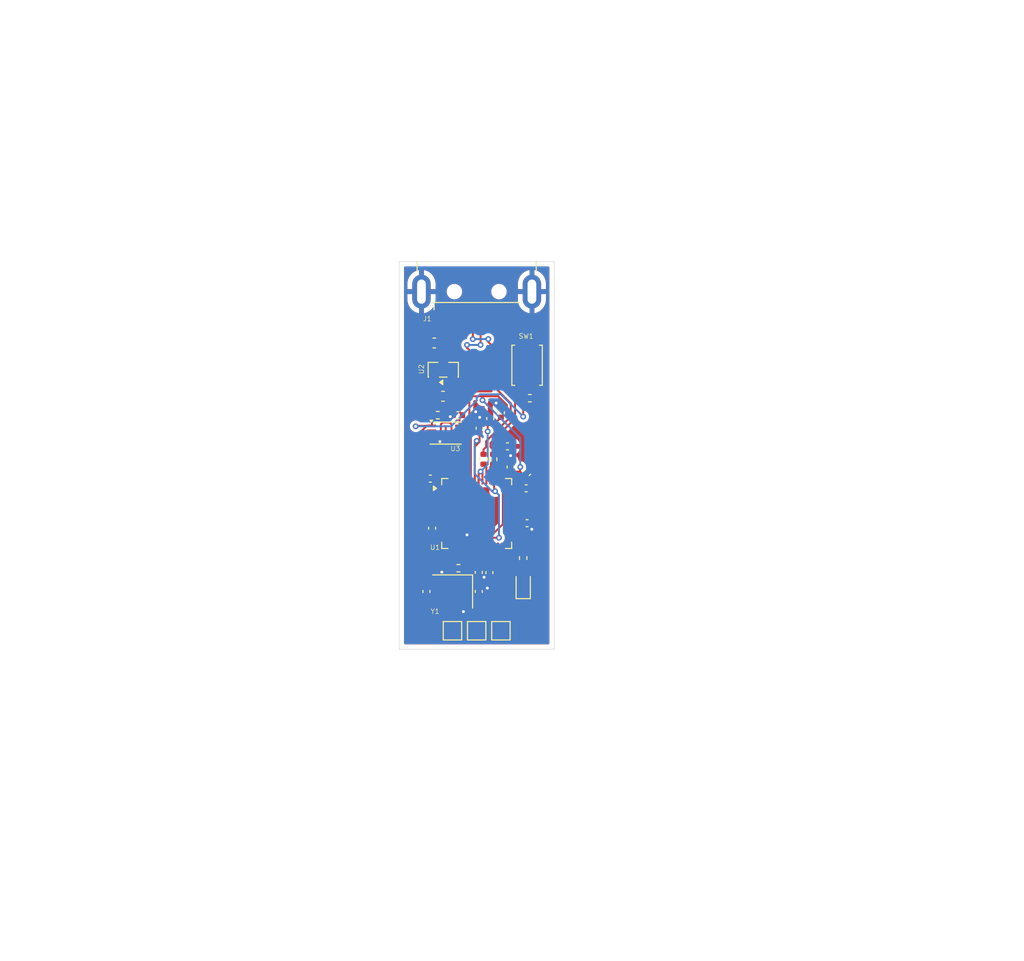
<source format=kicad_pcb>
(kicad_pcb (version 20241229) (generator "pcbnew") (generator_version "9.0")
  (title_block (title "Red Ducky"))
  (layers (0 "F.Cu" signal) (2 "B.Cu" signal) (13 "F.Paste" user) (15 "B.Paste" user) (5 "F.SilkS" user "F.Silkscreen") (7 "B.SilkS" user "B.Silkscreen") (1 "F.Mask" user) (3 "B.Mask" user) (25 "Edge.Cuts" user))
  (net 0 "")
  (net 1 "+3.3V")
  (net 2 "GND")
  (net 3 "+1V1")
  (net 4 "VBUS")
  (net 5 "XIN")
  (net 6 "Net-(C16-Pad2)")
  (net 7 "Net-(D1-A)")
  (net 8 "USB_D+")
  (net 9 "USB_D-")
  (net 10 "Net-(U1-USB_DP)")
  (net 11 "Net-(U1-USB_DM)")
  (net 12 "XOUT")
  (net 13 "QSPI_SS")
  (net 14 "Net-(R5-Pad1)")
  (net 15 "/LED_STATUS")
  (net 16 "Net-(U1-SWD)")
  (net 17 "Net-(U1-SWCLK)")
  (net 18 "Net-(U1-RUN)")
  (net 32 "QSPI_SD3")
  (net 36 "QSPI_SD1")
  (net 38 "QSPI_SD2")
  (net 41 "QSPI_SCLK")
  (net 51 "QSPI_SD0")
  (footprint "Resistor_SMD:R_0402_1005Metric" (layer "F.Cu") (at 121.2 72.5 -90)
    (property "Reference" "R2" (hide yes))
    (property "Value" "22" (hide yes))
    (pad "1" smd roundrect (at -0.51 0 270) (size 0.54 0.64) (layers "F.Cu" "F.Mask" "F.Paste") (net 9 "USB_D-"))
    (pad "2" smd roundrect (at 0.51 0 270) (size 0.54 0.64) (layers "F.Cu" "F.Mask" "F.Paste") (net 11 "Net-(U1-USB_DM)"))
  )
  (footprint "LED_SMD:LED_0603_1608Metric" (layer "F.Cu") (at 124.3 85.4 90)
    (property "Reference" "D1" (hide yes))
    (property "Value" "LED" (hide yes))
    (pad "1" smd roundrect (at -0.7875 0 90) (size 0.875 0.95) (layers "F.Cu" "F.Mask" "F.Paste") (net 2 "GND"))
    (pad "2" smd roundrect (at 0.7875 0 90) (size 0.875 0.95) (layers "F.Cu" "F.Mask" "F.Paste") (net 7 "Net-(D1-A)"))
  )
  (footprint "Capacitor_SMD:C_0402_1005Metric" (layer "F.Cu") (at 117.555 67.95 180)
    (property "Reference" "C17" (hide yes))
    (property "Value" "0.1uF" (hide yes))
    (pad "1" smd roundrect (at -0.48 0 180) (size 0.56 0.62) (layers "F.Cu" "F.Mask" "F.Paste") (net 1 "+3.3V"))
    (pad "2" smd roundrect (at 0.48 0 180) (size 0.56 0.62) (layers "F.Cu" "F.Mask" "F.Paste") (net 2 "GND"))
  )
  (footprint "Capacitor_SMD:C_0603_1608Metric" (layer "F.Cu") (at 115.125 60.5 180)
    (property "Reference" "C13" (hide yes))
    (property "Value" "10uF" (hide yes))
    (pad "1" smd roundrect (at -0.775 0 180) (size 0.9 0.95) (layers "F.Cu" "F.Mask" "F.Paste") (net 4 "VBUS"))
    (pad "2" smd roundrect (at 0.775 0 180) (size 0.9 0.95) (layers "F.Cu" "F.Mask" "F.Paste") (net 2 "GND"))
  )
  (footprint "TestPoint:TestPoint_Pad_1.5x1.5mm" (layer "F.Cu") (at 119.5 90.2)
    (property "Reference" "TP2" (hide yes))
    (property "Value" "TestPoint" (hide yes))
    (pad "1" smd rect (at 0 0) (size 1.5 1.5) (layers "F.Cu" "F.Mask") (net 16 "Net-(U1-SWD)"))
  )
  (footprint "Capacitor_SMD:C_0603_1608Metric" (layer "F.Cu") (at 116.025 66 180)
    (property "Reference" "C14" (hide yes))
    (property "Value" "10uF" (hide yes))
    (pad "1" smd roundrect (at -0.775 0 180) (size 0.9 0.95) (layers "F.Cu" "F.Mask" "F.Paste") (net 1 "+3.3V"))
    (pad "2" smd roundrect (at 0.775 0 180) (size 0.9 0.95) (layers "F.Cu" "F.Mask" "F.Paste") (net 2 "GND"))
  )
  (footprint "Capacitor_SMD:C_0402_1005Metric" (layer "F.Cu") (at 123 73.3 90)
    (property "Reference" "C2" (hide yes))
    (property "Value" "0.1uF" (hide yes))
    (pad "1" smd roundrect (at -0.479999 0.000001 90) (size 0.56 0.62) (layers "F.Cu" "F.Mask" "F.Paste") (net 1 "+3.3V"))
    (pad "2" smd roundrect (at 0.479999 -0.000001 90) (size 0.56 0.62) (layers "F.Cu" "F.Mask" "F.Paste") (net 2 "GND"))
  )
  (footprint "Crystal:Crystal_SMD_3225-4Pin_3.2x2.5mm" (layer "F.Cu") (at 117.015 86.15 180)
    (property "Reference" "Y1" (at 1.815 -2.05 0) (layer "F.SilkS") (effects (font (size 0.5 0.5) (thickness 0.0625))))
    (property "Value" "12 MHz" (hide yes))
    (pad "1" smd roundrect (at -1.1 0.85 180) (size 1.4 1.2) (layers "F.Cu" "F.Mask" "F.Paste") (roundrect_rratio 0.208333) (net 6 "Net-(C16-Pad2)"))
    (pad "2" smd roundrect (at 1.1 0.85 180) (size 1.4 1.2) (layers "F.Cu" "F.Mask" "F.Paste") (roundrect_rratio 0.208333) (net 2 "GND"))
    (pad "3" smd roundrect (at 1.1 -0.85 180) (size 1.4 1.2) (layers "F.Cu" "F.Mask" "F.Paste") (roundrect_rratio 0.208333) (net 5 "XIN"))
    (pad "4" smd roundrect (at -1.1 -0.85 180) (size 1.4 1.2) (layers "F.Cu" "F.Mask" "F.Paste") (roundrect_rratio 0.208333) (net 2 "GND"))
  )
  (footprint "Capacitor_SMD:C_0402_1005Metric" (layer "F.Cu") (at 124.7 79.1)
    (property "Reference" "C4" (hide yes))
    (property "Value" "0.1uF" (hide yes))
    (pad "1" smd roundrect (at -0.48 0) (size 0.56 0.62) (layers "F.Cu" "F.Mask" "F.Paste") (net 1 "+3.3V"))
    (pad "2" smd roundrect (at 0.48 0) (size 0.56 0.62) (layers "F.Cu" "F.Mask" "F.Paste") (net 2 "GND"))
  )
  (footprint "Capacitor_SMD:C_0402_1005Metric" (layer "F.Cu") (at 119.8 69.3 90)
    (property "Reference" "C10" (hide yes))
    (property "Value" "1uF" (hide yes))
    (pad "1" smd roundrect (at -0.48 0 90) (size 0.56 0.62) (layers "F.Cu" "F.Mask" "F.Paste") (net 3 "+1V1"))
    (pad "2" smd roundrect (at 0.48 0 90) (size 0.56 0.62) (layers "F.Cu" "F.Mask" "F.Paste") (net 2 "GND"))
  )
  (footprint "Capacitor_SMD:C_0402_1005Metric" (layer "F.Cu") (at 122.68 71.17)
    (property "Reference" "C12" (hide yes))
    (property "Value" "0.1uF" (hide yes))
    (pad "1" smd roundrect (at -0.48 0) (size 0.56 0.62) (layers "F.Cu" "F.Mask" "F.Paste") (net 3 "+1V1"))
    (pad "2" smd roundrect (at 0.48 0) (size 0.56 0.62) (layers "F.Cu" "F.Mask" "F.Paste") (net 2 "GND"))
  )
  (footprint "Resistor_SMD:R_0402_1005Metric" (layer "F.Cu") (at 124.99 66.2 180)
    (property "Reference" "R5" (hide yes))
    (property "Value" "1K" (hide yes))
    (pad "1" smd roundrect (at -0.51 0 180) (size 0.54 0.64) (layers "F.Cu" "F.Mask" "F.Paste") (net 14 "Net-(R5-Pad1)"))
    (pad "2" smd roundrect (at 0.51 0 180) (size 0.54 0.64) (layers "F.Cu" "F.Mask" "F.Paste") (net 13 "QSPI_SS"))
  )
  (footprint "Package_DFN_QFN:QFN-56-1EP_7x7mm_P0.4mm_EP3.2x3.2mm" (layer "F.Cu") (at 119.5 78.1)
    (property "Reference" "U1" (at -4.3 3.5 0) (layer "F.SilkS") (effects (font (size 0.5 0.5) (thickness 0.0625))))
    (property "Value" "RP2040" (hide yes))
    (pad "1" smd roundrect (at -3.4375 -2.6) (size 0.875 0.2) (layers "F.Cu" "F.Mask" "F.Paste") (net 1 "+3.3V"))
    (pad "2" smd roundrect (at -3.4375 -2.2) (size 0.875 0.2) (layers "F.Cu" "F.Mask" "F.Paste"))
    (pad "3" smd roundrect (at -3.4375 -1.8) (size 0.875 0.2) (layers "F.Cu" "F.Mask" "F.Paste"))
    (pad "4" smd roundrect (at -3.4375 -1.4) (size 0.875 0.2) (layers "F.Cu" "F.Mask" "F.Paste"))
    (pad "5" smd roundrect (at -3.4375 -1) (size 0.875 0.2) (layers "F.Cu" "F.Mask" "F.Paste"))
    (pad "6" smd roundrect (at -3.4375 -0.6) (size 0.875 0.2) (layers "F.Cu" "F.Mask" "F.Paste"))
    (pad "7" smd roundrect (at -3.4375 -0.2) (size 0.875 0.2) (layers "F.Cu" "F.Mask" "F.Paste"))
    (pad "8" smd roundrect (at -3.4375 0.2) (size 0.875 0.2) (layers "F.Cu" "F.Mask" "F.Paste"))
    (pad "9" smd roundrect (at -3.4375 0.6) (size 0.875 0.2) (layers "F.Cu" "F.Mask" "F.Paste"))
    (pad "10" smd roundrect (at -3.4375 1) (size 0.875 0.2) (layers "F.Cu" "F.Mask" "F.Paste") (net 1 "+3.3V"))
    (pad "11" smd roundrect (at -3.4375 1.4) (size 0.875 0.2) (layers "F.Cu" "F.Mask" "F.Paste"))
    (pad "12" smd roundrect (at -3.4375 1.8) (size 0.875 0.2) (layers "F.Cu" "F.Mask" "F.Paste"))
    (pad "13" smd roundrect (at -3.4375 2.2) (size 0.875 0.2) (layers "F.Cu" "F.Mask" "F.Paste"))
    (pad "14" smd roundrect (at -3.4375 2.6) (size 0.875 0.2) (layers "F.Cu" "F.Mask" "F.Paste"))
    (pad "15" smd roundrect (at -2.6 3.4375) (size 0.2 0.875) (layers "F.Cu" "F.Mask" "F.Paste"))
    (pad "16" smd roundrect (at -2.2 3.4375) (size 0.2 0.875) (layers "F.Cu" "F.Mask" "F.Paste"))
    (pad "17" smd roundrect (at -1.8 3.4375) (size 0.2 0.875) (layers "F.Cu" "F.Mask" "F.Paste"))
    (pad "18" smd roundrect (at -1.4 3.4375) (size 0.2 0.875) (layers "F.Cu" "F.Mask" "F.Paste"))
    (pad "19" smd roundrect (at -1 3.4375) (size 0.2 0.875) (layers "F.Cu" "F.Mask" "F.Paste") (net 2 "GND"))
    (pad "20" smd roundrect (at -0.6 3.4375) (size 0.2 0.875) (layers "F.Cu" "F.Mask" "F.Paste") (net 5 "XIN"))
    (pad "21" smd roundrect (at -0.2 3.4375) (size 0.2 0.875) (layers "F.Cu" "F.Mask" "F.Paste") (net 12 "XOUT"))
    (pad "22" smd roundrect (at 0.2 3.4375) (size 0.2 0.875) (layers "F.Cu" "F.Mask" "F.Paste") (net 1 "+3.3V"))
    (pad "23" smd roundrect (at 0.6 3.4375) (size 0.2 0.875) (layers "F.Cu" "F.Mask" "F.Paste") (net 3 "+1V1"))
    (pad "24" smd roundrect (at 1 3.4375) (size 0.2 0.875) (layers "F.Cu" "F.Mask" "F.Paste") (net 17 "Net-(U1-SWCLK)"))
    (pad "25" smd roundrect (at 1.4 3.4375) (size 0.2 0.875) (layers "F.Cu" "F.Mask" "F.Paste") (net 16 "Net-(U1-SWD)"))
    (pad "26" smd roundrect (at 1.8 3.4375) (size 0.2 0.875) (layers "F.Cu" "F.Mask" "F.Paste") (net 18 "Net-(U1-RUN)"))
    (pad "27" smd roundrect (at 2.2 3.4375) (size 0.2 0.875) (layers "F.Cu" "F.Mask" "F.Paste"))
    (pad "28" smd roundrect (at 2.6 3.4375) (size 0.2 0.875) (layers "F.Cu" "F.Mask" "F.Paste"))
    (pad "29" smd roundrect (at 3.4375 2.6) (size 0.875 0.2) (layers "F.Cu" "F.Mask" "F.Paste"))
    (pad "30" smd roundrect (at 3.4375 2.2) (size 0.875 0.2) (layers "F.Cu" "F.Mask" "F.Paste"))
    (pad "31" smd roundrect (at 3.4375 1.8) (size 0.875 0.2) (layers "F.Cu" "F.Mask" "F.Paste"))
    (pad "32" smd roundrect (at 3.4375 1.4) (size 0.875 0.2) (layers "F.Cu" "F.Mask" "F.Paste"))
    (pad "33" smd roundrect (at 3.4375 1) (size 0.875 0.2) (layers "F.Cu" "F.Mask" "F.Paste") (net 1 "+3.3V"))
    (pad "34" smd roundrect (at 3.4375 0.6) (size 0.875 0.2) (layers "F.Cu" "F.Mask" "F.Paste"))
    (pad "35" smd roundrect (at 3.4375 0.2) (size 0.875 0.2) (layers "F.Cu" "F.Mask" "F.Paste"))
    (pad "36" smd roundrect (at 3.4375 -0.2) (size 0.875 0.2) (layers "F.Cu" "F.Mask" "F.Paste"))
    (pad "37" smd roundrect (at 3.4375 -0.6) (size 0.875 0.2) (layers "F.Cu" "F.Mask" "F.Paste") (net 15 "/LED_STATUS"))
    (pad "38" smd roundrect (at 3.4375 -1) (size 0.875 0.2) (layers "F.Cu" "F.Mask" "F.Paste"))
    (pad "39" smd roundrect (at 3.4375 -1.4) (size 0.875 0.2) (layers "F.Cu" "F.Mask" "F.Paste"))
    (pad "40" smd roundrect (at 3.4375 -1.8) (size 0.875 0.2) (layers "F.Cu" "F.Mask" "F.Paste"))
    (pad "41" smd roundrect (at 3.4375 -2.2) (size 0.875 0.2) (layers "F.Cu" "F.Mask" "F.Paste"))
    (pad "42" smd roundrect (at 3.4375 -2.6) (size 0.875 0.2) (layers "F.Cu" "F.Mask" "F.Paste") (net 1 "+3.3V"))
    (pad "43" smd roundrect (at 2.6 -3.4375) (size 0.2 0.875) (layers "F.Cu" "F.Mask" "F.Paste") (net 1 "+3.3V"))
    (pad "44" smd roundrect (at 2.2 -3.4375) (size 0.2 0.875) (layers "F.Cu" "F.Mask" "F.Paste") (net 1 "+3.3V"))
    (pad "45" smd roundrect (at 1.8 -3.4375) (size 0.2 0.875) (layers "F.Cu" "F.Mask" "F.Paste") (net 3 "+1V1"))
    (pad "46" smd roundrect (at 1.4 -3.4375) (size 0.2 0.875) (layers "F.Cu" "F.Mask" "F.Paste") (net 11 "Net-(U1-USB_DM)"))
    (pad "47" smd roundrect (at 1 -3.4375) (size 0.2 0.875) (layers "F.Cu" "F.Mask" "F.Paste") (net 10 "Net-(U1-USB_DP)"))
    (pad "48" smd roundrect (at 0.6 -3.4375) (size 0.2 0.875) (layers "F.Cu" "F.Mask" "F.Paste") (net 1 "+3.3V"))
    (pad "49" smd roundrect (at 0.2 -3.4375) (size 0.2 0.875) (layers "F.Cu" "F.Mask" "F.Paste") (net 1 "+3.3V"))
    (pad "50" smd roundrect (at -0.2 -3.4375) (size 0.2 0.875) (layers "F.Cu" "F.Mask" "F.Paste") (net 3 "+1V1"))
    (pad "51" smd roundrect (at -0.6 -3.4375) (size 0.2 0.875) (layers "F.Cu" "F.Mask" "F.Paste") (net 32 "QSPI_SD3"))
    (pad "52" smd roundrect (at -1 -3.4375) (size 0.2 0.875) (layers "F.Cu" "F.Mask" "F.Paste") (net 41 "QSPI_SCLK"))
    (pad "53" smd roundrect (at -1.4 -3.4375) (size 0.2 0.875) (layers "F.Cu" "F.Mask" "F.Paste") (net 51 "QSPI_SD0"))
    (pad "54" smd roundrect (at -1.8 -3.4375) (size 0.2 0.875) (layers "F.Cu" "F.Mask" "F.Paste") (net 38 "QSPI_SD2"))
    (pad "55" smd roundrect (at -2.2 -3.4375) (size 0.2 0.875) (layers "F.Cu" "F.Mask" "F.Paste") (net 36 "QSPI_SD1"))
    (pad "56" smd roundrect (at -2.6 -3.4375) (size 0.2 0.875) (layers "F.Cu" "F.Mask" "F.Paste") (net 13 "QSPI_SS"))
    (pad "57" smd rect (at 0 0) (size 3.2 3.2) (property pad_prop_heatsink) (layers "F.Cu" "F.Mask") (net 2 "GND"))
  )
  (footprint "Resistor_SMD:R_0402_1005Metric" (layer "F.Cu") (at 115.485 67.95 180)
    (property "Reference" "R4" (hide yes))
    (property "Value" "10K" (hide yes))
    (pad "1" smd roundrect (at -0.51 0 180) (size 0.54 0.64) (layers "F.Cu" "F.Mask" "F.Paste") (net 1 "+3.3V"))
    (pad "2" smd roundrect (at 0.51 0 180) (size 0.54 0.64) (layers "F.Cu" "F.Mask" "F.Paste") (net 13 "QSPI_SS"))
  )
  (footprint "Connector_USB:USB_A_CNCTech_1001-011-01101_Horizontal" (layer "F.Cu") (at 119.5 48.3 90)
    (property "Reference" "J1" (at -9.7 -5.1 0) (layer "F.SilkS") (effects (font (size 0.5 0.5) (thickness 0.0625))))
    (property "Value" "USB_A")
    (pad "" np_thru_hole circle (at -6.9 -2.3 90) (size 1.1 1.1) (drill 1.1) (layers "*.Cu" "*.Mask"))
    (pad "" np_thru_hole circle (at -6.9 2.3 90) (size 1.1 1.1) (drill 1.1) (layers "*.Cu" "*.Mask"))
    (pad "1" smd rect (at -9.65 -3.5 90) (size 2.5 1.1) (layers "F.Cu" "F.Mask" "F.Paste") (net 4 "VBUS"))
    (pad "2" smd rect (at -9.65 -1 90) (size 2.5 1.1) (layers "F.Cu" "F.Mask" "F.Paste") (net 9 "USB_D-"))
    (pad "3" smd rect (at -9.65 1 90) (size 2.5 1.1) (layers "F.Cu" "F.Mask" "F.Paste") (net 8 "USB_D+"))
    (pad "4" smd rect (at -9.65 3.5 90) (size 2.5 1.1) (layers "F.Cu" "F.Mask" "F.Paste") (net 2 "GND"))
    (pad "5" thru_hole oval (at -6.9 -5.7 90) (size 3.5 1.9) (drill oval 2.5 0.9) (property pad_prop_heatsink) (layers "*.Cu" "*.Mask") (net 2 "GND"))
    (pad "5" thru_hole oval (at -6.9 5.7 90) (size 3.5 1.9) (drill oval 2.5 0.9) (property pad_prop_heatsink) (layers "*.Cu" "*.Mask") (net 2 "GND"))
  )
  (footprint "Capacitor_SMD:C_0402_1005Metric" (layer "F.Cu") (at 119.715 84.18 -90)
    (property "Reference" "C5" (hide yes))
    (property "Value" "0.1uF" (hide yes))
    (pad "1" smd roundrect (at -0.48 0 270) (size 0.56 0.62) (layers "F.Cu" "F.Mask" "F.Paste") (net 1 "+3.3V"))
    (pad "2" smd roundrect (at 0.48 0 270) (size 0.56 0.62) (layers "F.Cu" "F.Mask" "F.Paste") (net 2 "GND"))
  )
  (footprint "Capacitor_SMD:C_0402_1005Metric" (layer "F.Cu") (at 114.72 74.5 180)
    (property "Reference" "C7" (hide yes))
    (property "Value" "0.1uF" (hide yes))
    (pad "1" smd roundrect (at -0.48 0 180) (size 0.56 0.62) (layers "F.Cu" "F.Mask" "F.Paste") (net 1 "+3.3V"))
    (pad "2" smd roundrect (at 0.48 0 180) (size 0.56 0.62) (layers "F.Cu" "F.Mask" "F.Paste") (net 2 "GND"))
  )
  (footprint "Capacitor_SMD:C_0402_1005Metric" (layer "F.Cu") (at 120.9 68.3 90)
    (property "Reference" "C8" (hide yes))
    (property "Value" "0.1uF" (hide yes))
    (pad "1" smd roundrect (at -0.48 0 90) (size 0.56 0.62) (layers "F.Cu" "F.Mask" "F.Paste") (net 1 "+3.3V"))
    (pad "2" smd roundrect (at 0.48 0 90) (size 0.56 0.62) (layers "F.Cu" "F.Mask" "F.Paste") (net 2 "GND"))
  )
  (footprint "Resistor_SMD:R_0402_1005Metric" (layer "F.Cu") (at 117.615 83.75 180)
    (property "Reference" "R3" (hide yes))
    (property "Value" "1K" (hide yes))
    (pad "1" smd roundrect (at -0.51 0 180) (size 0.54 0.64) (layers "F.Cu" "F.Mask" "F.Paste") (net 6 "Net-(C16-Pad2)"))
    (pad "2" smd roundrect (at 0.51 0 180) (size 0.54 0.64) (layers "F.Cu" "F.Mask" "F.Paste") (net 12 "XOUT"))
  )
  (footprint "Package_SON:Winbond_USON-8-1EP_3x2mm_P0.5mm_EP0.2x1.6mm" (layer "F.Cu") (at 116.3 69.8)
    (property "Reference" "U3" (at 1 1.6 0) (layer "F.SilkS") (effects (font (size 0.5 0.5) (thickness 0.0625))))
    (property "Value" "W25Q16JVUXIQ TR" (hide yes))
    (pad "1" smd roundrect (at -1.425 -0.75) (size 0.9 0.25) (layers "F.Cu" "F.Mask" "F.Paste") (net 13 "QSPI_SS"))
    (pad "2" smd roundrect (at -1.425 -0.25) (size 0.9 0.25) (layers "F.Cu" "F.Mask" "F.Paste") (net 36 "QSPI_SD1"))
    (pad "3" smd roundrect (at -1.425 0.25) (size 0.9 0.25) (layers "F.Cu" "F.Mask" "F.Paste") (net 38 "QSPI_SD2"))
    (pad "4" smd roundrect (at -1.425 0.75) (size 0.9 0.25) (layers "F.Cu" "F.Mask" "F.Paste") (net 2 "GND"))
    (pad "5" smd roundrect (at 1.425 0.75) (size 0.9 0.25) (layers "F.Cu" "F.Mask" "F.Paste") (net 51 "QSPI_SD0"))
    (pad "6" smd roundrect (at 1.425 0.25) (size 0.9 0.25) (layers "F.Cu" "F.Mask" "F.Paste") (net 41 "QSPI_SCLK"))
    (pad "7" smd roundrect (at 1.425 -0.25) (size 0.9 0.25) (layers "F.Cu" "F.Mask" "F.Paste") (net 32 "QSPI_SD3"))
    (pad "8" smd roundrect (at 1.425 -0.75) (size 0.9 0.25) (layers "F.Cu" "F.Mask" "F.Paste") (net 1 "+3.3V"))
    (pad "9" smd rect (at 0 0) (size 0.2 1.6) (property pad_prop_heatsink) (layers "F.Cu" "F.Mask"))
  )
  (footprint "Capacitor_SMD:C_0402_1005Metric" (layer "F.Cu") (at 119.715 86.15 90)
    (property "Reference" "C16" (hide yes))
    (property "Value" "33pF" (hide yes))
    (pad "1" smd roundrect (at -0.48 0 90) (size 0.56 0.62) (layers "F.Cu" "F.Mask" "F.Paste") (net 2 "GND"))
    (pad "2" smd roundrect (at 0.48 0 90) (size 0.56 0.62) (layers "F.Cu" "F.Mask" "F.Paste") (net 6 "Net-(C16-Pad2)"))
  )
  (footprint "Capacitor_SMD:C_0402_1005Metric" (layer "F.Cu") (at 124.6 75.5)
    (property "Reference" "C3" (hide yes))
    (property "Value" "0.1uF" (hide yes))
    (pad "1" smd roundrect (at -0.48 0) (size 0.56 0.62) (layers "F.Cu" "F.Mask" "F.Paste") (net 1 "+3.3V"))
    (pad "2" smd roundrect (at 0.48 0) (size 0.56 0.62) (layers "F.Cu" "F.Mask" "F.Paste") (net 2 "GND"))
  )
  (footprint "Package_TO_SOT_SMD:SOT-23" (layer "F.Cu") (at 116.05 63.2625 90)
    (property "Reference" "U2" (at 0.0625 -2.25 90) (layer "F.SilkS") (effects (font (size 0.5 0.5) (thickness 0.0625))))
    (property "Value" "MCP1700x-330xxTT" (hide yes))
    (pad "1" smd roundrect (at -0.9375 -0.95 90) (size 1.475 0.6) (layers "F.Cu" "F.Mask" "F.Paste") (net 2 "GND"))
    (pad "2" smd roundrect (at -0.9375 0.95 90) (size 1.475 0.6) (layers "F.Cu" "F.Mask" "F.Paste") (net 1 "+3.3V"))
    (pad "3" smd roundrect (at 0.9375 0 90) (size 1.475 0.6) (layers "F.Cu" "F.Mask" "F.Paste") (net 4 "VBUS"))
  )
  (footprint "Button_Switch_SMD:SW_Push_SPST_NO_Alps_SKRK" (layer "F.Cu") (at 124.7 62.8 -90)
    (property "Reference" "SW1" (at -3 0.1 0) (layer "F.SilkS") (effects (font (size 0.5 0.5) (thickness 0.0625))))
    (property "Value" "SW_Push" (hide yes))
    (pad "1" smd roundrect (at -2.1 0 270) (size 0.8 2) (layers "F.Cu" "F.Mask" "F.Paste") (net 2 "GND"))
    (pad "2" smd roundrect (at 2.1 0 270) (size 0.8 2) (layers "F.Cu" "F.Mask" "F.Paste") (net 14 "Net-(R5-Pad1)"))
  )
  (footprint "Resistor_SMD:R_0402_1005Metric" (layer "F.Cu") (at 120.2 72.5 -90)
    (property "Reference" "R1" (hide yes))
    (property "Value" "22" (hide yes))
    (pad "1" smd roundrect (at -0.51 0 270) (size 0.54 0.64) (layers "F.Cu" "F.Mask" "F.Paste") (net 8 "USB_D+"))
    (pad "2" smd roundrect (at 0.51 0 270) (size 0.54 0.64) (layers "F.Cu" "F.Mask" "F.Paste") (net 10 "Net-(U1-USB_DP)"))
  )
  (footprint "TestPoint:TestPoint_Pad_1.5x1.5mm" (layer "F.Cu") (at 117 90.2)
    (property "Reference" "TP1" (hide yes))
    (property "Value" "TestPoint" (hide yes))
    (pad "1" smd rect (at 0 0) (size 1.5 1.5) (layers "F.Cu" "F.Mask") (net 17 "Net-(U1-SWCLK)"))
  )
  (footprint "Capacitor_SMD:C_0402_1005Metric" (layer "F.Cu") (at 124.739411 73.860589 45)
    (property "Reference" "C1" (hide yes))
    (property "Value" "1uF" (hide yes))
    (pad "1" smd roundrect (at -0.48 0 45) (size 0.56 0.62) (layers "F.Cu" "F.Mask" "F.Paste") (net 1 "+3.3V"))
    (pad "2" smd roundrect (at 0.48 0 45) (size 0.56 0.62) (layers "F.Cu" "F.Mask" "F.Paste") (net 2 "GND"))
  )
  (footprint "TestPoint:TestPoint_Pad_1.5x1.5mm" (layer "F.Cu") (at 122 90.2)
    (property "Reference" "TP3" (hide yes))
    (property "Value" "TestPoint" (hide yes))
    (pad "1" smd rect (at 0 0) (size 1.5 1.5) (layers "F.Cu" "F.Mask") (net 18 "Net-(U1-RUN)"))
  )
  (footprint "Capacitor_SMD:C_0402_1005Metric" (layer "F.Cu") (at 122 67.7 90)
    (property "Reference" "C9" (hide yes))
    (property "Value" "0.1uF" (hide yes))
    (pad "1" smd roundrect (at -0.48 0 90) (size 0.56 0.62) (layers "F.Cu" "F.Mask" "F.Paste") (net 1 "+3.3V"))
    (pad "2" smd roundrect (at 0.48 0 90) (size 0.56 0.62) (layers "F.Cu" "F.Mask" "F.Paste") (net 2 "GND"))
  )
  (footprint "Resistor_SMD:R_0402_1005Metric" (layer "F.Cu") (at 124.3 82.7 -90)
    (property "Reference" "R6" (hide yes))
    (property "Value" "1K" (hide yes))
    (pad "1" smd roundrect (at -0.51 0 270) (size 0.54 0.64) (layers "F.Cu" "F.Mask" "F.Paste") (net 15 "/LED_STATUS"))
    (pad "2" smd roundrect (at 0.51 0 270) (size 0.54 0.64) (layers "F.Cu" "F.Mask" "F.Paste") (net 7 "Net-(D1-A)"))
  )
  (footprint "Capacitor_SMD:C_0402_1005Metric" (layer "F.Cu") (at 114.9 79.62 -90)
    (property "Reference" "C6" (hide yes))
    (property "Value" "0.1uF" (hide yes))
    (pad "1" smd roundrect (at -0.48 0 270) (size 0.56 0.62) (layers "F.Cu" "F.Mask" "F.Paste") (net 1 "+3.3V"))
    (pad "2" smd roundrect (at 0.48 0 270) (size 0.56 0.62) (layers "F.Cu" "F.Mask" "F.Paste") (net 2 "GND"))
  )
  (footprint "Capacitor_SMD:C_0402_1005Metric" (layer "F.Cu") (at 120.815 84.2 -90)
    (property "Reference" "C11" (hide yes))
    (property "Value" "0.1uF" (hide yes))
    (pad "1" smd roundrect (at -0.48 0 270) (size 0.56 0.62) (layers "F.Cu" "F.Mask" "F.Paste") (net 3 "+1V1"))
    (pad "2" smd roundrect (at 0.48 0 270) (size 0.56 0.62) (layers "F.Cu" "F.Mask" "F.Paste") (net 2 "GND"))
  )
  (footprint "Capacitor_SMD:C_0402_1005Metric" (layer "F.Cu") (at 114.315 86.15 -90)
    (property "Reference" "C15" (hide yes))
    (property "Value" "33pF" (hide yes))
    (pad "1" smd roundrect (at -0.48 0 270) (size 0.56 0.62) (layers "F.Cu" "F.Mask" "F.Paste") (net 2 "GND"))
    (pad "2" smd roundrect (at 0.48 0 270) (size 0.56 0.62) (layers "F.Cu" "F.Mask" "F.Paste") (net 5 "XIN"))
  )
  (gr_rect (start 111.5 52.1) (end 127.5 92.1) (stroke (width 0.05)) (fill no) (layer "Edge.Cuts"))
  (segment (start 123.000001 73.779999) (end 123.979999 73.779999) (width 0.2) (layer "F.Cu") (net 1))
  (segment (start 118.872 66) (end 120.1 66) (width 0.2) (layer "F.Cu") (net 1))
  (segment (start 117 65.8) (end 116.8 66) (width 0.2) (layer "F.Cu") (net 1))
  (segment (start 119.7 80.5) (end 120 80.2) (width 0.2) (layer "F.Cu") (net 1))
  (segment (start 123.979999 73.779999) (end 124.4 74.2) (width 0.2) (layer "F.Cu") (net 1))
  (segment (start 115.2 74.6375) (end 116.0625 75.5) (width 0.2) (layer "F.Cu") (net 1))
  (segment (start 119.7 75.3) (end 119.7 74.6625) (width 0.2) (layer "F.Cu") (net 1))
  (segment (start 120.9 68.78) (end 121.4 68.78) (width 0.2) (layer "F.Cu") (net 1))
  (segment (start 122.9375 79.1) (end 124.22 79.1) (width 0.2) (layer "F.Cu") (net 1))
  (segment (start 122.2 75.6) (end 122.2 78.895774) (width 0.2) (layer "F.Cu") (net 1))
  (segment (start 124.12 74.48) (end 124.4 74.2) (width 0.2) (layer "F.Cu") (net 1))
  (segment (start 122.1 74.6625) (end 122.1 74.559164) (width 0.2) (layer "F.Cu") (net 1))
  (segment (start 117.385 67.3) (end 116.4 67.3) (width 0.2) (layer "F.Cu") (net 1))
  (segment (start 120.1 66) (end 121.71755 66) (width 0.2) (layer "F.Cu") (net 1))
  (segment (start 122.9375 75.5) (end 124.12 75.5) (width 0.2) (layer "F.Cu") (net 1))
  (segment (start 117 75.5) (end 119.5 75.5) (width 0.2) (layer "F.Cu") (net 1))
  (segment (start 117.725 69.05) (end 118.275 69.05) (width 0.2) (layer "F.Cu") (net 1))
  (segment (start 118.035 67.95) (end 117.385 67.3) (width 0.2) (layer "F.Cu") (net 1))
  (segment (start 122.611 66.89345) (end 122.611 67.569) (width 0.2) (layer "F.Cu") (net 1))
  (segment (start 117.725 68.26) (end 118.035 67.95) (width 0.2) (layer "F.Cu") (net 1))
  (segment (start 115.995 67.705) (end 115.995 67.95) (width 0.2) (layer "F.Cu") (net 1))
  (segment (start 121.71755 66) (end 122.611 66.89345) (width 0.2) (layer "F.Cu") (net 1))
  (segment (start 120.63451 69.04549) (end 120.9 68.78) (width 0.2) (layer "F.Cu") (net 1))
  (segment (start 123.979999 73.320001) (end 124 73.3) (width 0.2) (layer "F.Cu") (net 1))
  (segment (start 120.63451 69.63451) (end 120.63451 69.04549) (width 0.2) (layer "F.Cu") (net 1))
  (segment (start 117 78.8) (end 117 75.5) (width 0.2) (layer "F.Cu") (net 1))
  (segment (start 122.2 79.202) (end 122.2 78.895774) (width 0.2) (layer "F.Cu") (net 1))
  (segment (start 118.275 69.05) (end 118.745 68.58) (width 0.2) (layer "F.Cu") (net 1))
  (segment (start 122.1175 74.6625) (end 123.000001 73.779999) (width 0.2) (layer "F.Cu") (net 1))
  (segment (start 119.7 73.969565) (end 119.899999 73.769566) (width 0.2) (layer "F.Cu") (net 1))
  (segment (start 116.0625 79.1) (end 114.94 79.1) (width 0.2) (layer "F.Cu") (net 1))
  (segment (start 123.979999 73.779999) (end 123.979999 73.320001) (width 0.2) (layer "F.Cu") (net 1))
  (segment (start 120.1 66) (end 120.1 66.4) (width 0.2) (layer "F.Cu") (net 1))
  (segment (start 118.745 68.58) (end 118.745 66.127) (width 0.2) (layer "F.Cu") (net 1))
  (segment (start 116.8 66) (end 118.872 66) (width 0.2) (layer "F.Cu") (net 1))
  (segment (start 117.725 69.05) (end 117.725 68.26) (width 0.2) (layer "F.Cu") (net 1))
  (segment (start 119.7 81.5375) (end 119.7 80.5) (width 0.2) (layer "F.Cu") (net 1))
  (segment (start 116.4 67.3) (end 115.995 67.705) (width 0.2) (layer "F.Cu") (net 1))
  (segment (start 116.0625 79.1) (end 116.7 79.1) (width 0.2) (layer "F.Cu") (net 1))
  (segment (start 121.7 74.6625) (end 122.1 74.6625) (width 0.2) (layer "F.Cu") (net 1))
  (segment (start 122.611 67.569) (end 122 68.18) (width 0.2) (layer "F.Cu") (net 1))
  (segment (start 122.2 78.895774) (end 122.404226 79.1) (width 0.2) (layer "F.Cu") (net 1))
  (segment (start 122.404226 79.1) (end 122.9375 79.1) (width 0.2) (layer "F.Cu") (net 1))
  (segment (start 119.5 75.5) (end 119.7 75.3) (width 0.2) (layer "F.Cu") (net 1))
  (segment (start 116.0625 75.5) (end 117 75.5) (width 0.2) (layer "F.Cu") (net 1))
  (segment (start 121.202 80.2) (end 122.2 79.202) (width 0.2) (layer "F.Cu") (net 1))
  (segment (start 120.1 74.6625) (end 120.1 73.969567) (width 0.2) (layer "F.Cu") (net 1))
  (segment (start 117 64.2) (end 117 65.8) (width 0.2) (layer "F.Cu") (net 1))
  (segment (start 115.2 74.5) (end 115.2 74.6375) (width 0.2) (layer "F.Cu") (net 1))
  (segment (start 122.9375 75.5) (end 122.3 75.5) (width 0.2) (layer "F.Cu") (net 1))
  (segment (start 121.4 68.78) (end 122 68.18) (width 0.2) (layer "F.Cu") (net 1))
  (segment (start 120 80.2) (end 121.202 80.2) (width 0.2) (layer "F.Cu") (net 1))
  (segment (start 119.715 83.7) (end 119.7 83.685) (width 0.2) (layer "F.Cu") (net 1))
  (segment (start 120.1 73.969567) (end 119.899999 73.769566) (width 0.2) (layer "F.Cu") (net 1))
  (segment (start 114.94 79.1) (end 114.9 79.14) (width 0.2) (layer "F.Cu") (net 1))
  (segment (start 119.7 74.6625) (end 119.7 73.969565) (width 0.2) (layer "F.Cu") (net 1))
  (segment (start 122.3 75.5) (end 122.2 75.6) (width 0.2) (layer "F.Cu") (net 1))
  (segment (start 124.12 75.5) (end 124.12 74.48) (width 0.2) (layer "F.Cu") (net 1))
  (segment (start 119.7 83.685) (end 119.7 81.5375) (width 0.2) (layer "F.Cu") (net 1))
  (segment (start 118.745 66.127) (end 118.872 66) (width 0.2) (layer "F.Cu") (net 1))
  (segment (start 116.7 79.1) (end 117 78.8) (width 0.2) (layer "F.Cu") (net 1))
  (segment (start 122.1 74.6625) (end 122.1175 74.6625) (width 0.2) (layer "F.Cu") (net 1))
  (via (at 120.1 66.4) (size 0.6) (drill 0.3) (layers "F.Cu" "B.Cu") (net 1))
  (via (at 120.63451 69.63451) (size 0.6) (drill 0.3) (layers "F.Cu" "B.Cu") (net 1))
  (via (at 119.899999 73.769566) (size 0.6) (drill 0.3) (layers "F.Cu" "B.Cu") (net 1))
  (via (at 124 73.3) (size 0.6) (drill 0.3) (layers "F.Cu" "B.Cu") (net 1))
  (segment (start 120.1 66.4) (end 124 70.3) (width 0.2) (layer "B.Cu") (net 1))
  (segment (start 119.899999 73.769566) (end 120.63451 73.035055) (width 0.2) (layer "B.Cu") (net 1))
  (segment (start 120.63451 73.035055) (end 120.63451 69.63451) (width 0.2) (layer "B.Cu") (net 1))
  (segment (start 124 70.3) (end 124 73.3) (width 0.2) (layer "B.Cu") (net 1))
  (segment (start 118.485 86.63) (end 118.115 87) (width 0.2) (layer "F.Cu") (net 2))
  (segment (start 119.715 86.63) (end 118.485 86.63) (width 0.2) (layer "F.Cu") (net 2))
  (segment (start 122.999999 72.820001) (end 123 72.13) (width 0.2) (layer "F.Cu") (net 2))
  (segment (start 115.915 84.165) (end 115.9 84.15) (width 0.2) (layer "F.Cu") (net 2))
  (segment (start 115.572597 70.55) (end 115.707212 70.684615) (width 0.2) (layer "F.Cu") (net 2))
  (segment (start 120.6 84.895) (end 120.815 84.68) (width 0.2) (layer "F.Cu") (net 2))
  (segment (start 116.771605 68.104051) (end 116.771716 68.104162) (width 0.2) (layer "F.Cu") (net 2))
  (segment (start 114.875 70.55) (end 115.572597 70.55) (width 0.2) (layer "F.Cu") (net 2))
  (segment (start 119.8 68.82) (end 119.8 68.19) (width 0.2) (layer "F.Cu") (net 2))
  (segment (start 125.19 79.73) (end 125.19 79.11) (width 0.2) (layer "F.Cu") (net 2))
  (segment (start 120.6 85.8) (end 120.6 84.895) (width 0.2) (layer "F.Cu") (net 2))
  (segment (start 116.771716 68.104162) (end 116.995838 68.104162) (width 0.2) (layer "F.Cu") (net 2))
  (segment (start 118.5 81.5375) (end 118.5 80.3) (width 0.2) (layer "F.Cu") (net 2))
  (segment (start 115.915 85.3) (end 115.915 84.165) (width 0.2) (layer "F.Cu") (net 2))
  (segment (start 125.19 79.11) (end 125.18 79.1) (width 0.2) (layer "F.Cu") (net 2))
  (segment (start 116.995838 68.104162) (end 117.1 68) (width 0.2) (layer "F.Cu") (net 2))
  (segment (start 122 67.22) (end 122 67.19) (width 0.2) (layer "F.Cu") (net 2))
  (segment (start 118.115 88.215) (end 118.13 88.23) (width 0.2) (layer "F.Cu") (net 2))
  (segment (start 118.115 87) (end 118.115 88.215) (width 0.2) (layer "F.Cu") (net 2))
  (segment (start 119.8 68.19) (end 119.81 68.18) (width 0.2) (layer "F.Cu") (net 2))
  (segment (start 119.715 86.63) (end 119.715 86.71902) (width 0.2) (layer "F.Cu") (net 2))
  (segment (start 122 67.19) (end 121.51 66.7) (width 0.2) (layer "F.Cu") (net 2))
  (via (at 116.771605 68.104051) (size 0.6) (drill 0.3) (layers "F.Cu" "B.Cu") (net 2))
  (via (at 118.5 80.3) (size 0.6) (drill 0.3) (layers "F.Cu" "B.Cu") (net 2))
  (via (at 115.707212 70.684615) (size 0.6) (drill 0.3) (layers "F.Cu" "B.Cu") (net 2))
  (via (at 118.13 88.23) (size 0.6) (drill 0.3) (layers "F.Cu" "B.Cu") (net 2))
  (via (at 119.4 67.6) (size 0.6) (drill 0.3) (layers "F.Cu" "B.Cu") (net 2))
  (via (at 121.51 66.7) (size 0.6) (drill 0.3) (layers "F.Cu" "B.Cu") (net 2))
  (via (at 120.6 85.8) (size 0.6) (drill 0.3) (layers "F.Cu" "B.Cu") (net 2))
  (via (at 119.81 68.18) (size 0.6) (drill 0.3) (layers "F.Cu" "B.Cu") (net 2))
  (via (at 120.26 84.68) (size 0.6) (drill 0.3) (layers "F.Cu" "B.Cu") (net 2))
  (via (at 115.9 84.15) (size 0.6) (drill 0.3) (layers "F.Cu" "B.Cu") (net 2))
  (via (at 125.19 79.73) (size 0.6) (drill 0.3) (layers "F.Cu" "B.Cu") (net 2))
  (via (at 123 72.13) (size 0.6) (drill 0.3) (layers "F.Cu" "B.Cu") (net 2))
  (segment (start 120.1 80.9) (end 120.4 80.6) (width 0.2) (layer "F.Cu") (net 3))
  (segment (start 119.3 71.2) (end 119.5 71) (width 0.2) (layer "F.Cu") (net 3))
  (segment (start 119.3 71.2) (end 119.8 70.7) (width 0.2) (layer "F.Cu") (net 3))
  (segment (start 122.2 73.206452) (end 121.3 74.106452) (width 0.2) (layer "F.Cu") (net 3))
  (segment (start 122.2 71.17) (end 122.2 73.206452) (width 0.2) (layer "F.Cu") (net 3))
  (segment (start 121.3 74.106452) (end 121.3 74.6625) (width 0.2) (layer "F.Cu") (net 3))
  (segment (start 121.4 75.8) (end 121.3 75.7) (width 0.2) (layer "F.Cu") (net 3))
  (segment (start 121.3 75.7) (end 121.3 74.6625) (width 0.2) (layer "F.Cu") (net 3))
  (segment (start 120.1 81.5375) (end 120.1 80.9) (width 0.2) (layer "F.Cu") (net 3))
  (segment (start 120.815 83.72) (end 120.1 83.005) (width 0.2) (layer "F.Cu") (net 3))
  (segment (start 119.5 71) (end 119.5 70.6) (width 0.2) (layer "F.Cu") (net 3))
  (segment (start 120.4 80.6) (end 121.8 80.6) (width 0.2) (layer "F.Cu") (net 3))
  (segment (start 119.3 74.6625) (end 119.3 71.2) (width 0.2) (layer "F.Cu") (net 3))
  (segment (start 119.8 70.7) (end 119.8 69.78) (width 0.2) (layer "F.Cu") (net 3))
  (segment (start 120.1 83.005) (end 120.1 81.5375) (width 0.2) (layer "F.Cu") (net 3))
  (via (at 121.4 75.8) (size 0.6) (drill 0.3) (layers "F.Cu" "B.Cu") (net 3))
  (via (at 121.8 80.6) (size 0.6) (drill 0.3) (layers "F.Cu" "B.Cu") (net 3))
  (via (at 119.5 70.6) (size 0.6) (drill 0.3) (layers "F.Cu" "B.Cu") (net 3))
  (segment (start 119.5 70.6) (end 119.298999 70.801001) (width 0.2) (layer "B.Cu") (net 3))
  (segment (start 119.298999 70.801001) (end 119.298999 74.018509) (width 0.2) (layer "B.Cu") (net 3))
  (segment (start 121.08049 75.8) (end 121.4 75.8) (width 0.2) (layer "B.Cu") (net 3))
  (segment (start 121.8 76.2) (end 121.4 75.8) (width 0.2) (layer "B.Cu") (net 3))
  (segment (start 121.8 80.6) (end 121.8 76.2) (width 0.2) (layer "B.Cu") (net 3))
  (segment (start 119.298999 74.018509) (end 121.08049 75.8) (width 0.2) (layer "B.Cu") (net 3))
  (segment (start 116 60.4) (end 115.9 60.5) (width 0.2) (layer "F.Cu") (net 4))
  (segment (start 116 57.95) (end 116 60.4) (width 0.2) (layer "F.Cu") (net 4))
  (segment (start 115.9 60.5) (end 115.9 62.175) (width 0.2) (layer "F.Cu") (net 4))
  (segment (start 115.9 62.175) (end 116.05 62.325) (width 0.2) (layer "F.Cu") (net 4))
  (segment (start 118.6 82.728) (end 118.9 82.428) (width 0.2) (layer "F.Cu") (net 5))
  (segment (start 118.9 82.428) (end 118.9 81.5375) (width 0.2) (layer "F.Cu") (net 5))
  (segment (start 116.534 84.11934) (end 116.534 83.38066) (width 0.2) (layer "F.Cu") (net 5))
  (segment (start 117.18666 82.728) (end 118.6 82.728) (width 0.2) (layer "F.Cu") (net 5))
  (segment (start 115.915 87) (end 114.685 87) (width 0.2) (layer "F.Cu") (net 5))
  (segment (start 116.916 84.50134) (end 116.534 84.11934) (width 0.2) (layer "F.Cu") (net 5))
  (segment (start 114.685 87) (end 114.315 86.63) (width 0.2) (layer "F.Cu") (net 5))
  (segment (start 115.915 87) (end 116.916 85.999) (width 0.2) (layer "F.Cu") (net 5))
  (segment (start 116.916 85.999) (end 116.916 84.50134) (width 0.2) (layer "F.Cu") (net 5))
  (segment (start 116.534 83.38066) (end 117.18666 82.728) (width 0.2) (layer "F.Cu") (net 5))
  (segment (start 118.125 85.29) (end 118.115 85.3) (width 0.2) (layer "F.Cu") (net 6))
  (segment (start 119.715 85.67) (end 118.485 85.67) (width 0.2) (layer "F.Cu") (net 6))
  (segment (start 118.485 85.67) (end 118.115 85.3) (width 0.2) (layer "F.Cu") (net 6))
  (segment (start 118.125 83.75) (end 118.125 85.29) (width 0.2) (layer "F.Cu") (net 6))
  (segment (start 124.3 84.6125) (end 124.3 83.21) (width 0.2) (layer "F.Cu") (net 7))
  (segment (start 123.012 68.106963) (end 120.475 70.643963) (width 0.2) (layer "F.Cu") (net 8))
  (segment (start 120.475 71.234999) (end 120.2 71.509999) (width 0.2) (layer "F.Cu") (net 8))
  (segment (start 120.475 62.975) (end 120.475 64.19035) (width 0.2) (layer "F.Cu") (net 8))
  (segment (start 119.9 59.524894) (end 119.9 60.1) (width 0.2) (layer "F.Cu") (net 8))
  (segment (start 120.5 58.65) (end 119.9 59.25) (width 0.2) (layer "F.Cu") (net 8))
  (segment (start 120.5 57.95) (end 120.5 58.65) (width 0.2) (layer "F.Cu") (net 8))
  (segment (start 118.5 60.7) (end 118.5 61) (width 0.2) (layer "F.Cu") (net 8))
  (segment (start 120.475 70.643963) (end 120.475 71.234999) (width 0.2) (layer "F.Cu") (net 8))
  (segment (start 123.012 66.72735) (end 123.012 68.106963) (width 0.2) (layer "F.Cu") (net 8))
  (segment (start 118.5 61) (end 120.475 62.975) (width 0.2) (layer "F.Cu") (net 8))
  (segment (start 119.9 59.25) (end 119.9 59.524894) (width 0.2) (layer "F.Cu") (net 8))
  (segment (start 120.2 71.509999) (end 120.2 71.99) (width 0.2) (layer "F.Cu") (net 8))
  (segment (start 119.9 60.1) (end 119.9 60.7) (width 0.2) (layer "F.Cu") (net 8))
  (segment (start 120.475 64.19035) (end 123.012 66.72735) (width 0.2) (layer "F.Cu") (net 8))
  (via (at 119.9 60.7) (size 0.6) (drill 0.3) (layers "F.Cu" "B.Cu") (net 8))
  (via (at 118.5 60.7) (size 0.6) (drill 0.3) (layers "F.Cu" "B.Cu") (net 8))
  (segment (start 118.5 60.7) (end 119.358901 60.7) (width 0.2) (layer "B.Cu") (net 8))
  (segment (start 119.358901 60.7) (end 119.9 60.7) (width 0.2) (layer "B.Cu") (net 8))
  (segment (start 120.7 60.4) (end 120.925 60.625) (width 0.2) (layer "F.Cu") (net 9))
  (segment (start 120.925 63.448804) (end 120.925 63.588942) (width 0.2) (layer "F.Cu") (net 9))
  (segment (start 118.5 57.95) (end 118.5 58.65) (width 0.2) (layer "F.Cu") (net 9))
  (segment (start 121.2 71.509999) (end 121.2 71.99) (width 0.2) (layer "F.Cu") (net 9))
  (segment (start 118.5 58.65) (end 119.1 59.25) (width 0.2) (layer "F.Cu") (net 9))
  (segment (start 123.46198 68.293351) (end 120.925 70.830331) (width 0.2) (layer "F.Cu") (net 9))
  (segment (start 120.925 63.588942) (end 120.925 64.003982) (width 0.2) (layer "F.Cu") (net 9))
  (segment (start 120.7 60.1) (end 120.7 60.4) (width 0.2) (layer "F.Cu") (net 9))
  (segment (start 120.925 60.625) (end 120.925 62.388942) (width 0.2) (layer "F.Cu") (net 9))
  (segment (start 120.925 64.003982) (end 120.936933 64.015915) (width 0.2) (layer "F.Cu") (net 9))
  (segment (start 119.1 59.524894) (end 119.1 60.1) (width 0.2) (layer "F.Cu") (net 9))
  (segment (start 121.384862 62.848804) (end 121.384862 62.988942) (width 0.2) (layer "F.Cu") (net 9))
  (segment (start 120.925 70.830331) (end 120.925 71.234999) (width 0.2) (layer "F.Cu") (net 9))
  (segment (start 123.46198 66.540962) (end 123.46198 68.293351) (width 0.2) (layer "F.Cu") (net 9))
  (segment (start 120.936933 64.015915) (end 123.46198 66.540962) (width 0.2) (layer "F.Cu") (net 9))
  (segment (start 120.925 71.234999) (end 121.2 71.509999) (width 0.2) (layer "F.Cu") (net 9))
  (segment (start 119.1 59.25) (end 119.1 59.524894) (width 0.2) (layer "F.Cu") (net 9))
  (via (at 120.7 60.1) (size 0.6) (drill 0.3) (layers "F.Cu" "B.Cu") (net 9))
  (via (at 119.1 60.1) (size 0.6) (drill 0.3) (layers "F.Cu" "B.Cu") (net 9))
  (arc (start 121.154931 63.218873) (mid 120.992345 63.286218) (end 120.925 63.448804) (width 0.2) (layer "F.Cu") (net 9))
  (arc (start 120.925 62.388942) (mid 120.992345 62.551528) (end 121.154931 62.618873) (width 0.2) (layer "F.Cu") (net 9))
  (arc (start 121.154931 62.618873) (mid 121.317517 62.686218) (end 121.384862 62.848804) (width 0.2) (layer "F.Cu") (net 9))
  (arc (start 121.384862 62.988942) (mid 121.317517 63.151528) (end 121.154931 63.218873) (width 0.2) (layer "F.Cu") (net 9))
  (segment (start 119.1 60.1) (end 119.358901 60.1) (width 0.2) (layer "B.Cu") (net 9))
  (segment (start 119.9 60.1) (end 120.7 60.1) (width 0.2) (layer "B.Cu") (net 9))
  (segment (start 119.358901 60.1) (end 119.9 60.1) (width 0.2) (layer "B.Cu") (net 9))
  (segment (start 120.5 73.31) (end 120.5 74.2525) (width 0.2) (layer "F.Cu") (net 10))
  (segment (start 120.2 73.01) (end 120.5 73.31) (width 0.2) (layer "F.Cu") (net 10))
  (segment (start 121.2 73.01) (end 120.9 73.31) (width 0.2) (layer "F.Cu") (net 11))
  (segment (start 120.9 73.31) (end 120.9 74.2525) (width 0.2) (layer "F.Cu") (net 11))
  (segment (start 119.071 83.129) (end 119.3 82.9) (width 0.2) (layer "F.Cu") (net 12))
  (segment (start 117.105 83.75) (end 117.726 83.129) (width 0.2) (layer "F.Cu") (net 12))
  (segment (start 117.726 83.129) (end 119.071 83.129) (width 0.2) (layer "F.Cu") (net 12))
  (segment (start 119.3 82.9) (end 119.3 81.5375) (width 0.2) (layer "F.Cu") (net 12))
  (segment (start 114.835 69.09) (end 114.875 69.05) (width 0.2) (layer "F.Cu") (net 13))
  (segment (start 114.875 69.05) (end 114.875 68.05) (width 0.2) (layer "F.Cu") (net 13))
  (segment (start 116.9 73.3) (end 115.2 71.6) (width 0.2) (layer "F.Cu") (net 13))
  (segment (start 114.875 69.05) (end 113.25 69.05) (width 0.2) (layer "F.Cu") (net 13))
  (segment (start 115.2 71.6) (end 114.3 71.6) (width 0.2) (layer "F.Cu") (net 13))
  (segment (start 116.9 74.6625) (end 116.9 73.3) (width 0.2) (layer "F.Cu") (net 13))
  (segment (start 114.342102 69.05) (end 114.875 69.05) (width 0.2) (layer "F.Cu") (net 13))
  (segment (start 114.875 68.05) (end 114.975 67.95) (width 0.2) (layer "F.Cu") (net 13))
  (segment (start 113.25 69.05) (end 113.2 69.1) (width 0.2) (layer "F.Cu") (net 13))
  (segment (start 114.3 71.6) (end 113.7 71) (width 0.2) (layer "F.Cu") (net 13))
  (segment (start 124.3 68.1) (end 124.3 66.38) (width 0.2) (layer "F.Cu") (net 13))
  (segment (start 113.7 69.692102) (end 114.342102 69.05) (width 0.2) (layer "F.Cu") (net 13))
  (segment (start 124.3 66.38) (end 124.48 66.2) (width 0.2) (layer "F.Cu") (net 13))
  (segment (start 113.7 71) (end 113.7 69.692102) (width 0.2) (layer "F.Cu") (net 13))
  (via (at 113.2 69.1) (size 0.6) (drill 0.3) (layers "F.Cu" "B.Cu") (net 13))
  (via (at 124.3 68.1) (size 0.6) (drill 0.3) (layers "F.Cu" "B.Cu") (net 13))
  (segment (start 119.851057 65.799) (end 121.999 65.799) (width 0.2) (layer "B.Cu") (net 13))
  (segment (start 116.849943 69.1) (end 119.499 66.450943) (width 0.2) (layer "B.Cu") (net 13))
  (segment (start 121.999 65.799) (end 124.3 68.1) (width 0.2) (layer "B.Cu") (net 13))
  (segment (start 119.499 66.450943) (end 119.499 66.151057) (width 0.2) (layer "B.Cu") (net 13))
  (segment (start 119.499 66.151057) (end 119.851057 65.799) (width 0.2) (layer "B.Cu") (net 13))
  (segment (start 113.2 69.1) (end 116.849943 69.1) (width 0.2) (layer "B.Cu") (net 13))
  (segment (start 125.5 66.2) (end 125.5 65.7) (width 0.2) (layer "F.Cu") (net 14))
  (segment (start 125.5 65.7) (end 124.7 64.9) (width 0.2) (layer "F.Cu") (net 14))
  (segment (start 124.8 77.5) (end 122.9375 77.5) (width 0.2) (layer "F.Cu") (net 15))
  (segment (start 126 78.7) (end 124.8 77.5) (width 0.2) (layer "F.Cu") (net 15))
  (segment (start 124.3 82.19) (end 126 80.49) (width 0.2) (layer "F.Cu") (net 15))
  (segment (start 126 80.49) (end 126 78.7) (width 0.2) (layer "F.Cu") (net 15))
  (segment (start 119.5 88.34965) (end 121.827 86.02265) (width 0.2) (layer "F.Cu") (net 16))
  (segment (start 121.827 83.22735) (end 121.29865 82.699) (width 0.2) (layer "F.Cu") (net 16))
  (segment (start 121.29865 82.69865) (end 120.9 82.3) (width 0.2) (layer "F.Cu") (net 16))
  (segment (start 119.5 90.2) (end 119.5 88.34965) (width 0.2) (layer "F.Cu") (net 16))
  (segment (start 121.29865 82.699) (end 121.29865 82.69865) (width 0.2) (layer "F.Cu") (net 16))
  (segment (start 121.827 86.02265) (end 121.827 83.22735) (width 0.2) (layer "F.Cu") (net 16))
  (segment (start 120.9 82.3) (end 120.9 81.5375) (width 0.2) (layer "F.Cu") (net 16))
  (segment (start 121.426 83.39345) (end 121.13255 83.1) (width 0.2) (layer "F.Cu") (net 17))
  (segment (start 117.08255 90.2) (end 121.426 85.85655) (width 0.2) (layer "F.Cu") (net 17))
  (segment (start 120.5 82.8) (end 120.5 81.5375) (width 0.2) (layer "F.Cu") (net 17))
  (segment (start 121.13255 83.1) (end 120.8 83.1) (width 0.2) (layer "F.Cu") (net 17))
  (segment (start 121.426 85.85655) (end 121.426 83.39345) (width 0.2) (layer "F.Cu") (net 17))
  (segment (start 117 90.2) (end 117.08255 90.2) (width 0.2) (layer "F.Cu") (net 17))
  (segment (start 120.8 83.1) (end 120.5 82.8) (width 0.2) (layer "F.Cu") (net 17))
  (segment (start 122 90.2) (end 122.228 89.972) (width 0.2) (layer "F.Cu") (net 18))
  (segment (start 122.228 83.06125) (end 121.3 82.13325) (width 0.2) (layer "F.Cu") (net 18))
  (segment (start 122.228 89.972) (end 122.228 83.06125) (width 0.2) (layer "F.Cu") (net 18))
  (segment (start 121.3 82.13325) (end 121.3 81.5375) (width 0.2) (layer "F.Cu") (net 18))
  (segment (start 118.9 74.6625) (end 118.9 70.111202) (width 0.2) (layer "F.Cu") (net 32))
  (segment (start 118.338798 69.55) (end 117.725 69.55) (width 0.2) (layer "F.Cu") (net 32))
  (segment (start 118.9 70.111202) (end 118.338798 69.55) (width 0.2) (layer "F.Cu") (net 32))
  (segment (start 117.3 73.1) (end 115.4 71.2) (width 0.2) (layer "F.Cu") (net 36))
  (segment (start 114.559202 71.2) (end 114.124 70.764798) (width 0.2) (layer "F.Cu") (net 36))
  (segment (start 114.124 70.764798) (end 114.124 69.835202) (width 0.2) (layer "F.Cu") (net 36))
  (segment (start 114.124 69.835202) (end 114.409202 69.55) (width 0.2) (layer "F.Cu") (net 36))
  (segment (start 117.3 74.6625) (end 117.3 73.1) (width 0.2) (layer "F.Cu") (net 36))
  (segment (start 115.4 71.2) (end 114.559202 71.2) (width 0.2) (layer "F.Cu") (net 36))
  (segment (start 114.409202 69.55) (end 114.875 69.55) (width 0.2) (layer "F.Cu") (net 36))
  (segment (start 117.7 71.7) (end 116.9 70.9) (width 0.2) (layer "F.Cu") (net 38))
  (segment (start 115.340798 70.05) (end 114.875 70.05) (width 0.2) (layer "F.Cu") (net 38))
  (segment (start 116.9 68.898) (end 116.702 68.7) (width 0.2) (layer "F.Cu") (net 38))
  (segment (start 117.7 74.6625) (end 117.7 71.7) (width 0.2) (layer "F.Cu") (net 38))
  (segment (start 116 68.7) (end 115.8 68.9) (width 0.2) (layer "F.Cu") (net 38))
  (segment (start 115.8 69.590798) (end 115.340798 70.05) (width 0.2) (layer "F.Cu") (net 38))
  (segment (start 116.9 70.9) (end 116.9 68.898) (width 0.2) (layer "F.Cu") (net 38))
  (segment (start 116.702 68.7) (end 116 68.7) (width 0.2) (layer "F.Cu") (net 38))
  (segment (start 115.8 68.9) (end 115.8 69.590798) (width 0.2) (layer "F.Cu") (net 38))
  (segment (start 118.5 70.3) (end 118.25 70.05) (width 0.2) (layer "F.Cu") (net 41))
  (segment (start 118.25 70.05) (end 117.725 70.05) (width 0.2) (layer "F.Cu") (net 41))
  (segment (start 118.5 74.6625) (end 118.5 70.3) (width 0.2) (layer "F.Cu") (net 41))
  (segment (start 118.1 70.925) (end 117.725 70.55) (width 0.2) (layer "F.Cu") (net 51))
  (segment (start 118.1 74.6625) (end 118.1 70.925) (width 0.2) (layer "F.Cu") (net 51))
  (zone (net 2) (net_name "GND") (layers "F.Cu" "B.Cu") (connect_pads (clearance 0.3)) (min_thickness 0.25) (fill yes (thermal_gap 0.5) (thermal_bridge_width 0.5))
    (polygon (pts (xy 71.3 25.1) (xy 175.8 25.1) (xy 176 124.3) (xy 70.3 124.3)))
  )
)
</source>
